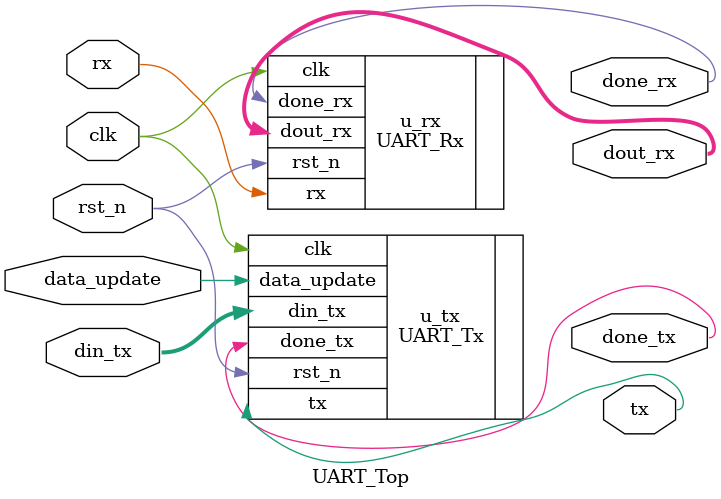
<source format=v>
`timescale 1ns / 1ps

module UART_Top #
(
    parameter clk_freq = 1E6,
    parameter baud = 9600
)
(
    input clk,
    input rst_n,
    input rx,
    input [7:0] din_tx,
    input data_update,
    output tx,
    output [7:0] dout_rx,
    output done_tx,
    output done_rx        
);

UART_Tx #(
    .clk_freq(clk_freq),
    .baud(baud)
) u_tx (
    .clk(clk), 
    .rst_n(rst_n), 
    .data_update(data_update),
    .din_tx(din_tx),
    .tx(tx),
    .done_tx(done_tx)
);

UART_Rx #(
    .clk_freq(clk_freq),
    .baud(baud)
) u_rx (
    .clk(clk), 
    .rst_n(rst_n),
    .rx(rx),
    .dout_rx(dout_rx),
    .done_rx(done_rx)
);

endmodule

</source>
